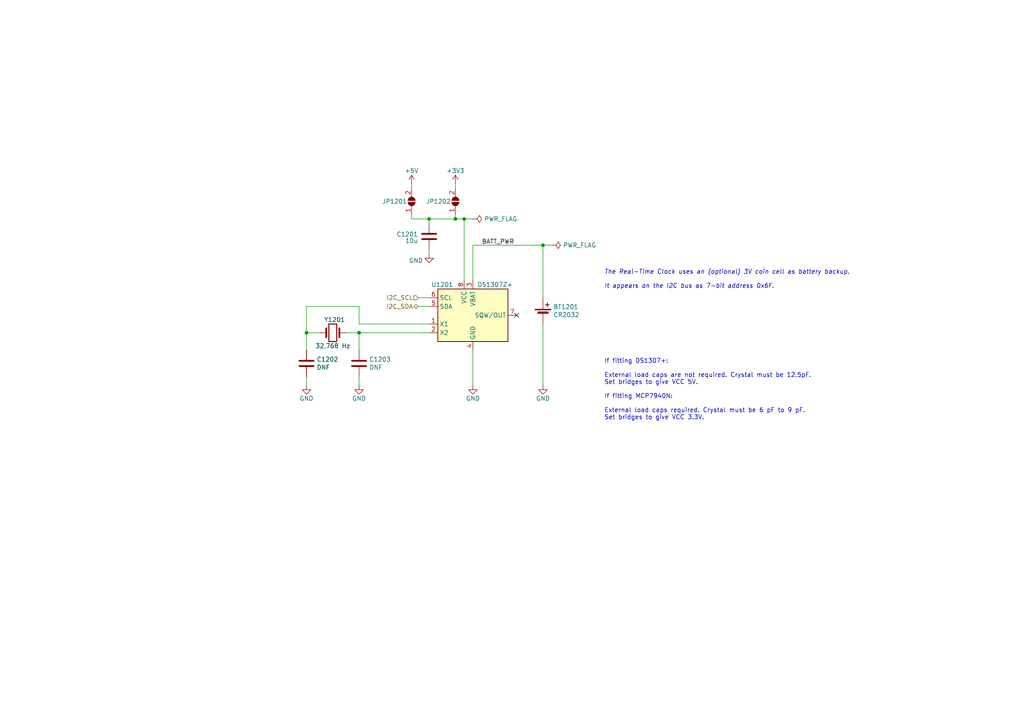
<source format=kicad_sch>
(kicad_sch (version 20230121) (generator eeschema)
  (paper "A4")
  (title_block (title "Neotron Common Hardware - Real Time Clock") (date "${date}") (rev "${version}") (company "https://neotron-compute.github.io") (comment 1 "Licensed as CC-BY-SA") (comment 2 "Copyright (c) The Neotron Developers, 2022"))
  (lib_symbols
    (symbol "Device:Battery_Cell" (pin_numbers hide) (pin_names (offset 0) hide)
      (property "Reference" "BT" (at 2.54 2.54 0))
      (property "Value" "Battery_Cell" (at 2.54 0 0))
      (symbol "Battery_Cell_0_1"
        (rectangle (start -2.286 1.778) (end 2.286 1.524) (fill (type outline)))
        (rectangle (start -1.524 1.016) (end 1.524 0.508) (fill (type outline)))
        (polyline (pts (xy 0 0.762) (xy 0 0)))
        (polyline (pts (xy 0 1.778) (xy 0 2.54)))
        (polyline (pts (xy 0.762 3.048) (xy 1.778 3.048)) (stroke (width 0.254)))
        (polyline (pts (xy 1.27 3.556) (xy 1.27 2.54)) (stroke (width 0.254)))
      )
      (symbol "Battery_Cell_1_1"
        (pin passive line (at 0 5.08 270) (length 2.54) (name "+") (number "1"))
        (pin passive line (at 0 -2.54 90) (length 2.54) (name "-") (number "2"))
      )
    )
    (symbol "Device:C" (pin_numbers hide) (pin_names (offset 0.254))
      (property "Reference" "C" (at 0.635 2.54 0))
      (property "Value" "C" (at 0.635 -2.54 0))
      (symbol "C_0_1"
        (polyline (pts (xy -2.032 -0.762) (xy 2.032 -0.762)) (stroke (width 0.508)))
        (polyline (pts (xy -2.032 0.762) (xy 2.032 0.762)) (stroke (width 0.508)))
      )
      (symbol "C_1_1"
        (pin passive line (at 0 3.81 270) (length 2.794) (name "~") (number "1"))
        (pin passive line (at 0 -3.81 90) (length 2.794) (name "~") (number "2"))
      )
    )
    (symbol "Device:Crystal" (pin_numbers hide) (pin_names (offset 1.016) hide)
      (property "Reference" "Y" (at 0 3.81 0))
      (property "Value" "Crystal" (at 0 -3.81 0))
      (symbol "Crystal_0_1"
        (rectangle (start -1.143 2.54) (end 1.143 -2.54) (stroke (width 0.3048)))
        (polyline (pts (xy -2.54 0) (xy -1.905 0)))
        (polyline (pts (xy -1.905 -1.27) (xy -1.905 1.27)) (stroke (width 0.508)))
        (polyline (pts (xy 1.905 -1.27) (xy 1.905 1.27)) (stroke (width 0.508)))
        (polyline (pts (xy 2.54 0) (xy 1.905 0)))
      )
      (symbol "Crystal_1_1"
        (pin passive line (at -3.81 0 0) (length 1.27) (name "1") (number "1"))
        (pin passive line (at 3.81 0 180) (length 1.27) (name "2") (number "2"))
      )
    )
    (symbol "Jumper:SolderJumper_2_Open" (pin_names (offset 0) hide)
      (property "Reference" "JP" (at 0 2.032 0))
      (property "Value" "SolderJumper_2_Open" (at 0 -2.54 0))
      (symbol "SolderJumper_2_Open_0_1"
        (arc (start -0.254 1.016) (mid -1.2656 0) (end -0.254 -1.016))
        (arc (start -0.254 1.016) (mid -1.2656 0) (end -0.254 -1.016) (fill (type outline)))
        (polyline (pts (xy -0.254 1.016) (xy -0.254 -1.016)))
        (polyline (pts (xy 0.254 1.016) (xy 0.254 -1.016)))
        (arc (start 0.254 -1.016) (mid 1.2656 0) (end 0.254 1.016))
        (arc (start 0.254 -1.016) (mid 1.2656 0) (end 0.254 1.016) (fill (type outline)))
      )
      (symbol "SolderJumper_2_Open_1_1"
        (pin passive line (at -3.81 0 0) (length 2.54) (name "A") (number "1"))
        (pin passive line (at 3.81 0 180) (length 2.54) (name "B") (number "2"))
      )
    )
    (symbol "Timer_RTC:DS1307Z+"
      (property "Reference" "U" (at -8.89 8.89 0))
      (property "Value" "DS1307Z+" (at 1.27 8.89 0))
      (symbol "DS1307Z+_0_1"
        (rectangle (start -10.16 7.62) (end 10.16 -7.62) (stroke (width 0.254)) (fill (type background)))
      )
      (symbol "DS1307Z+_1_1"
        (pin input line (at -12.7 -2.54 0) (length 2.54) (name "X1") (number "1"))
        (pin input line (at -12.7 -5.08 0) (length 2.54) (name "X2") (number "2"))
        (pin power_in line (at 0 10.16 270) (length 2.54) (name "VBAT") (number "3"))
        (pin power_in line (at 0 -10.16 90) (length 2.54) (name "GND") (number "4"))
        (pin bidirectional line (at -12.7 2.54 0) (length 2.54) (name "SDA") (number "5"))
        (pin input line (at -12.7 5.08 0) (length 2.54) (name "SCL") (number "6"))
        (pin open_collector line (at 12.7 0 180) (length 2.54) (name "SQW/OUT") (number "7"))
        (pin power_in line (at -2.54 10.16 270) (length 2.54) (name "VCC") (number "8"))
      )
    )
    (symbol "power:+3V3" (power) (pin_names (offset 0))
      (property "Value" "+3V3" (at 0 3.556 0))
      (symbol "+3V3_0_1"
        (polyline (pts (xy -0.762 1.27) (xy 0 2.54)))
        (polyline (pts (xy 0 0) (xy 0 2.54)))
        (polyline (pts (xy 0 2.54) (xy 0.762 1.27)))
      )
      (symbol "+3V3_1_1"
        (pin power_in line (at 0 0 90) (length 0) hide (name "+3V3") (number "1"))
      )
    )
    (symbol "power:+5V" (power) (pin_names (offset 0))
      (property "Value" "+5V" (at 0 3.556 0))
      (symbol "+5V_0_1"
        (polyline (pts (xy -0.762 1.27) (xy 0 2.54)))
        (polyline (pts (xy 0 0) (xy 0 2.54)))
        (polyline (pts (xy 0 2.54) (xy 0.762 1.27)))
      )
      (symbol "+5V_1_1"
        (pin power_in line (at 0 0 90) (length 0) hide (name "+5V") (number "1"))
      )
    )
    (symbol "power:GND" (power) (pin_names (offset 0))
      (property "Value" "GND" (at 0 -3.81 0))
      (symbol "GND_0_1"
        (polyline (pts (xy 0 0) (xy 0 -1.27) (xy 1.27 -1.27) (xy 0 -2.54) (xy -1.27 -1.27) (xy 0 -1.27)))
      )
      (symbol "GND_1_1"
        (pin power_in line (at 0 0 270) (length 0) hide (name "GND") (number "1"))
      )
    )
    (symbol "power:PWR_FLAG" (power) (pin_numbers hide) (pin_names (offset 0) hide)
      (property "Value" "PWR_FLAG" (at 0 3.81 0))
      (symbol "PWR_FLAG_0_0"
        (pin power_out line (at 0 0 90) (length 0) (name "pwr") (number "1"))
      )
      (symbol "PWR_FLAG_0_1"
        (polyline (pts (xy 0 0) (xy 0 1.27) (xy -1.016 1.905) (xy 0 2.54) (xy 1.016 1.905) (xy 0 1.27)))
      )
    )
  )
  (junction (at 124.46 63.5))
  (junction (at 157.48 71.12))
  (junction (at 132.08 63.5))
  (junction (at 134.62 63.5))
  (junction (at 88.9 96.52))
  (junction (at 104.14 96.52))
  (no_connect (at 149.86 91.44))
  (wire (pts (xy 137.16 71.12) (xy 137.16 81.28)))
  (wire (pts (xy 124.46 72.39) (xy 124.46 73.66)))
  (wire (pts (xy 88.9 109.22) (xy 88.9 111.76)))
  (wire (pts (xy 119.38 53.34) (xy 119.38 54.61)))
  (wire (pts (xy 132.08 53.34) (xy 132.08 54.61)))
  (wire (pts (xy 100.33 96.52) (xy 104.14 96.52)))
  (wire (pts (xy 132.08 63.5) (xy 134.62 63.5)))
  (wire (pts (xy 92.71 96.52) (xy 88.9 96.52)))
  (wire (pts (xy 104.14 88.9) (xy 104.14 93.98)))
  (wire (pts (xy 88.9 88.9) (xy 88.9 96.52)))
  (wire (pts (xy 119.38 63.5) (xy 119.38 62.23)))
  (wire (pts (xy 121.285 88.9) (xy 124.46 88.9)))
  (wire (pts (xy 157.48 93.98) (xy 157.48 111.76)))
  (wire (pts (xy 104.14 109.22) (xy 104.14 111.76)))
  (wire (pts (xy 124.46 63.5) (xy 124.46 64.77)))
  (wire (pts (xy 104.14 93.98) (xy 124.46 93.98)))
  (wire (pts (xy 157.48 71.12) (xy 157.48 86.36)))
  (wire (pts (xy 124.46 63.5) (xy 132.08 63.5)))
  (wire (pts (xy 88.9 96.52) (xy 88.9 101.6)))
  (wire (pts (xy 88.9 88.9) (xy 104.14 88.9)))
  (wire (pts (xy 160.02 71.12) (xy 157.48 71.12)))
  (wire (pts (xy 134.62 63.5) (xy 134.62 81.28)))
  (wire (pts (xy 137.16 71.12) (xy 157.48 71.12)))
  (wire (pts (xy 119.38 63.5) (xy 124.46 63.5)))
  (wire (pts (xy 104.14 96.52) (xy 124.46 96.52)))
  (wire (pts (xy 104.14 96.52) (xy 104.14 101.6)))
  (wire (pts (xy 134.62 63.5) (xy 137.16 63.5)))
  (wire (pts (xy 132.08 63.5) (xy 132.08 62.23)))
  (wire (pts (xy 121.285 86.36) (xy 124.46 86.36)))
  (wire (pts (xy 137.16 101.6) (xy 137.16 111.76)))
  (text "The Real-Time Clock uses an (optional) 3V coin cell as battery backup.\n\nIt appears on the I2C bus as 7-bit address 0x6F." (at 175.26 83.82 0) (effects (font (size 1.27 1.27) italic) (justify left bottom)))
  (text "If fitting DS1307+:\n\nExternal load caps are not required. Crystal must be 12.5pF.\nSet bridges to give VCC 5V.\n\nIf fitting MCP7940N:\n\nExternal load caps required. Crystal must be 6 pF to 9 pF.\nSet bridges to give VCC 3.3V.\n" (at 175.26 121.92 0) (effects (font (size 1.27 1.27)) (justify left bottom)))
  (label "BATT_PWR" (at 139.7 71.12 0))
  (hierarchical_label "I2C_SCL" (shape input) (at 121.285 86.36 180))
  (hierarchical_label "I2C_SDA" (shape bidirectional) (at 121.285 88.9 180))
  (symbol (lib_id "power:GND") (at 124.46 73.66 0) (unit 1)
    (property "Reference" "#PWR01203" (effects hide))
    (property "Value" "GND" (at 120.65 75.565 0))
  )
  (symbol (lib_id "power:+3V3") (at 132.08 53.34 0) (unit 1)
    (property "Reference" "#PWR01202" (effects hide))
    (property "Value" "+3V3" (at 132.08 49.53 0))
  )
  (symbol (lib_id "power:GND") (at 137.16 111.76 0) (unit 1)
    (property "Reference" "#PWR01206" (effects hide))
    (property "Value" "GND" (at 137.16 115.57 0))
  )
  (symbol (lib_id "Device:Crystal") (at 96.52 96.52 0) (mirror x) (unit 1)
    (property "Reference" "Y1201" (at 93.98 92.71 0) (effects (justify left)))
    (property "Value" "32,768 Hz" (at 91.44 100.33 0) (effects (justify left)))
    (property "Footprint" "Crystal:Crystal_SMD_3215-2Pin_3.2x1.5mm" (effects hide))
    (property "Datasheet" "https://datasheet.lcsc.com/lcsc/1810171817_Seiko-Epson-Q13FC1350000400_C32346.pdf" (effects hide))
    (property "Manufacturer" "Seiko Epson" (effects hide))
    (property "DNP" "0" (effects hide))
    (property "MPN" "Q13FC1350000400" (effects hide))
    (property "LCSC Part#" "C32346" (effects hide))
    (property "JLCPCB Collection" "Basic" (effects hide))
  )
  (symbol (lib_id "power:GND") (at 157.48 111.76 0) (unit 1)
    (property "Reference" "#PWR01207" (effects hide))
    (property "Value" "GND" (at 157.48 115.57 0))
  )
  (symbol (lib_id "Device:Battery_Cell") (at 157.48 91.44 0) (unit 1)
    (property "Reference" "BT1201" (at 160.4772 89.0016 0) (effects (justify left)))
    (property "Value" "CR2032" (at 160.4772 91.313 0) (effects (justify left)))
    (property "Footprint" "Neotron-Common-Hardware:BatteryHolder_Keystone_103_1x20mm" (effects hide))
    (property "Datasheet" "https://app.adam-tech.com/products/download/data_sheet/197029/bh-80a-1-data-sheet.pdf" (effects hide))
    (property "Manufacturer" "Adam Tech" (effects hide))
    (property "DNP" "0" (effects hide))
    (property "MPN" "BH-80A-1" (effects hide))
    (property "Digikey" "2057-BH-80A-1-ND" (effects hide))
  )
  (symbol (lib_id "power:PWR_FLAG") (at 160.02 71.12 270) (unit 1)
    (property "Reference" "#FLG01202" (effects hide))
    (property "Value" "PWR_FLAG" (at 163.2712 71.12 90) (effects (justify left)))
  )
  (symbol (lib_id "Device:C") (at 88.9 105.41 0) (unit 1)
    (property "Reference" "C1202" (at 91.821 104.2416 0) (effects (justify left)))
    (property "Value" "DNF" (at 91.821 106.553 0) (effects (justify left)))
    (property "Footprint" "Capacitor_SMD:C_0805_2012Metric_Pad1.18x1.45mm_HandSolder" (effects hide))
    (property "DNP" "1" (effects hide))
  )
  (symbol (lib_id "power:+5V") (at 119.38 53.34 0) (unit 1)
    (property "Reference" "#PWR01201" (effects hide))
    (property "Value" "+5V" (at 119.38 49.53 0))
  )
  (symbol (lib_id "power:GND") (at 104.14 111.76 0) (unit 1)
    (property "Reference" "#PWR01205" (effects hide))
    (property "Value" "GND" (at 104.14 115.57 0))
  )
  (symbol (lib_id "Jumper:SolderJumper_2_Open") (at 132.08 58.42 90) (unit 1)
    (property "Reference" "JP1202" (at 130.81 58.42 90) (effects (justify left)))
    (property "Value" "Bridge" (effects hide))
    (property "Footprint" "Jumper:SolderJumper-2_P1.3mm_Open_RoundedPad1.0x1.5mm" (effects hide))
    (property "DNP" "1" (effects hide))
  )
  (symbol (lib_id "power:PWR_FLAG") (at 137.16 63.5 270) (unit 1)
    (property "Reference" "#FLG01201" (effects hide))
    (property "Value" "PWR_FLAG" (at 140.4112 63.5 90) (effects (justify left)))
  )
  (symbol (lib_id "Jumper:SolderJumper_2_Open") (at 119.38 58.42 90) (unit 1)
    (property "Reference" "JP1201" (at 118.11 58.42 90) (effects (justify left)))
    (property "Value" "Bridge" (effects hide))
    (property "Footprint" "Jumper:SolderJumper-2_P1.3mm_Open_RoundedPad1.0x1.5mm" (effects hide))
    (property "DNP" "1" (effects hide))
  )
  (symbol (lib_id "power:GND") (at 88.9 111.76 0) (unit 1)
    (property "Reference" "#PWR01204" (effects hide))
    (property "Value" "GND" (at 88.9 115.57 0))
  )
  (symbol (lib_id "Device:C") (at 104.14 105.41 0) (unit 1)
    (property "Reference" "C1203" (at 107.061 104.2416 0) (effects (justify left)))
    (property "Value" "DNF" (at 107.061 106.553 0) (effects (justify left)))
    (property "Footprint" "Capacitor_SMD:C_0805_2012Metric_Pad1.18x1.45mm_HandSolder" (effects hide))
    (property "DNP" "1" (effects hide))
  )
  (symbol (lib_id "Device:C") (at 124.46 68.58 0) (mirror x) (unit 1)
    (property "Reference" "C1201" (at 121.285 67.945 0) (effects (justify right)))
    (property "Value" "10u" (at 121.285 69.85 0) (effects (justify right)))
    (property "Footprint" "Capacitor_SMD:C_0805_2012Metric_Pad1.18x1.45mm_HandSolder" (effects hide))
    (property "DNP" "0" (effects hide))
    (property "MPN" "CL21A106KAYNNNE" (effects hide))
    (property "Manufacturer" "Samsung" (effects hide))
    (property "LCSC Part#" "C15850" (effects hide))
    (property "Tolerance" "X5R" (effects hide))
    (property "Voltage" "25V" (effects hide))
    (property "JLCPCB Collection" "Basic" (effects hide))
  )
  (symbol (lib_id "Timer_RTC:DS1307Z+") (at 137.16 91.44 0) (unit 1)
    (property "Reference" "U1201" (at 128.27 82.55 0))
    (property "Value" "DS1307Z+" (at 138.43 82.55 0) (effects (justify left)))
    (property "Footprint" "Package_SO:SOIC-8_3.9x4.9mm_P1.27mm" (effects hide))
    (property "Datasheet" "https://datasheet.lcsc.com/lcsc/1809191914_Maxim-Integrated-DS1307Z-T-R_C9868.pdf" (effects hide))
    (property "DNP" "0" (effects hide))
    (property "LCSC Part#" "C9868" (effects hide))
    (property "MPN" "DS1307Z+" (effects hide))
    (property "Manufacturer" "Maxim" (effects hide))
    (property "JLCPCB Collection" "Extended" (effects hide))
  )
)
</source>
